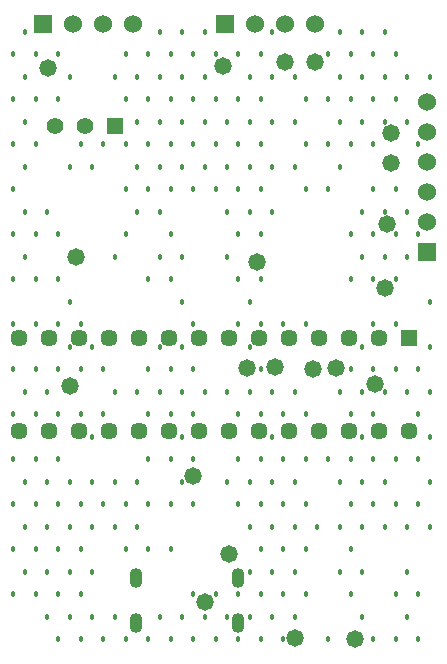
<source format=gbr>
G04*
G04 #@! TF.GenerationSoftware,Altium Limited,Altium Designer,25.3.3 (18)*
G04*
G04 Layer_Color=16711935*
%FSLAX25Y25*%
%MOIN*%
G70*
G04*
G04 #@! TF.SameCoordinates,2E22F27B-A00B-49EA-A22F-E70647FCC6C8*
G04*
G04*
G04 #@! TF.FilePolarity,Negative*
G04*
G01*
G75*
%ADD33C,0.06000*%
%ADD34R,0.06000X0.06000*%
%ADD35R,0.05694X0.05694*%
%ADD36C,0.05694*%
%ADD37C,0.05512*%
%ADD38R,0.05512X0.05512*%
%ADD39R,0.06000X0.06000*%
G04:AMPARAMS|DCode=40|XSize=43.31mil|YSize=66.93mil|CornerRadius=21.65mil|HoleSize=0mil|Usage=FLASHONLY|Rotation=0.000|XOffset=0mil|YOffset=0mil|HoleType=Round|Shape=RoundedRectangle|*
%AMROUNDEDRECTD40*
21,1,0.04331,0.02362,0,0,0.0*
21,1,0.00000,0.06693,0,0,0.0*
1,1,0.04331,0.00000,-0.01181*
1,1,0.04331,0.00000,-0.01181*
1,1,0.04331,0.00000,0.01181*
1,1,0.04331,0.00000,0.01181*
%
%ADD40ROUNDEDRECTD40*%
%ADD41C,0.01800*%
%ADD42C,0.05800*%
D33*
X333000Y274000D02*
D03*
Y264000D02*
D03*
Y254000D02*
D03*
Y244000D02*
D03*
Y284000D02*
D03*
X295500Y310000D02*
D03*
X285500D02*
D03*
X275500D02*
D03*
X235000D02*
D03*
X225000D02*
D03*
X215000D02*
D03*
D34*
X333000Y234000D02*
D03*
D35*
X327000Y205500D02*
D03*
D36*
X317000D02*
D03*
X307000D02*
D03*
X297000D02*
D03*
X287000D02*
D03*
X277000D02*
D03*
X267000D02*
D03*
X257000D02*
D03*
X247000D02*
D03*
X237000D02*
D03*
X227000D02*
D03*
X217000D02*
D03*
X207000D02*
D03*
X197000D02*
D03*
Y174500D02*
D03*
X207000D02*
D03*
X217000D02*
D03*
X227000D02*
D03*
X237000D02*
D03*
X247000D02*
D03*
X257000D02*
D03*
X267000D02*
D03*
X277000D02*
D03*
X287000D02*
D03*
X297000D02*
D03*
X307000D02*
D03*
X317000D02*
D03*
X327000D02*
D03*
D37*
X209000Y276000D02*
D03*
X219000D02*
D03*
D38*
X229000D02*
D03*
D39*
X265500Y310000D02*
D03*
X205000D02*
D03*
D40*
X270008Y110653D02*
D03*
X235992D02*
D03*
X270008Y125614D02*
D03*
X235992D02*
D03*
D41*
X333750Y292500D02*
D03*
X330000Y270000D02*
D03*
Y240000D02*
D03*
X333750Y217500D02*
D03*
Y202500D02*
D03*
X330000Y195000D02*
D03*
X333750Y187500D02*
D03*
X330000Y180000D02*
D03*
X333750Y172500D02*
D03*
X330000Y165000D02*
D03*
X333750Y157500D02*
D03*
X330000Y150000D02*
D03*
X333750Y142500D02*
D03*
X330000Y120000D02*
D03*
Y105000D02*
D03*
X322500Y300000D02*
D03*
X326250Y292500D02*
D03*
X322500Y285000D02*
D03*
X326250Y277500D02*
D03*
X322500Y255000D02*
D03*
X326250Y247500D02*
D03*
X322500Y240000D02*
D03*
X326250Y232500D02*
D03*
X322500Y225000D02*
D03*
Y210000D02*
D03*
Y195000D02*
D03*
X326250Y187500D02*
D03*
X322500Y165000D02*
D03*
Y150000D02*
D03*
X326250Y142500D02*
D03*
Y127500D02*
D03*
X322500Y120000D02*
D03*
X326250Y112500D02*
D03*
X322500Y105000D02*
D03*
X318750Y307500D02*
D03*
X315000Y300000D02*
D03*
X318750Y292500D02*
D03*
X315000Y285000D02*
D03*
X318750Y277500D02*
D03*
X315000Y270000D02*
D03*
Y255000D02*
D03*
X318750Y247500D02*
D03*
X315000Y240000D02*
D03*
X318750Y232500D02*
D03*
X315000Y225000D02*
D03*
Y210000D02*
D03*
Y195000D02*
D03*
X318750Y187500D02*
D03*
X315000Y180000D02*
D03*
Y165000D02*
D03*
X318750Y157500D02*
D03*
X315000Y150000D02*
D03*
X318750Y142500D02*
D03*
X315000Y105000D02*
D03*
X311250Y307500D02*
D03*
X307500Y300000D02*
D03*
X311250Y292500D02*
D03*
X307500Y285000D02*
D03*
X311250Y277500D02*
D03*
X307500Y270000D02*
D03*
X311250Y247500D02*
D03*
X307500Y240000D02*
D03*
X311250Y232500D02*
D03*
X307500Y225000D02*
D03*
X311250Y202500D02*
D03*
X307500Y195000D02*
D03*
X311250Y187500D02*
D03*
X307500Y180000D02*
D03*
X311250Y172500D02*
D03*
X307500Y165000D02*
D03*
X311250Y157500D02*
D03*
X307500Y150000D02*
D03*
X311250Y142500D02*
D03*
X307500Y135000D02*
D03*
X311250Y127500D02*
D03*
X307500Y120000D02*
D03*
X311250Y112500D02*
D03*
X303750Y307500D02*
D03*
X300000Y300000D02*
D03*
X303750Y292500D02*
D03*
X300000Y285000D02*
D03*
X303750Y277500D02*
D03*
X300000Y270000D02*
D03*
X303750Y262500D02*
D03*
X300000Y255000D02*
D03*
X303750Y187500D02*
D03*
X300000Y165000D02*
D03*
X303750Y157500D02*
D03*
Y142500D02*
D03*
Y127500D02*
D03*
X300000Y105000D02*
D03*
X292500Y285000D02*
D03*
Y270000D02*
D03*
Y255000D02*
D03*
Y210000D02*
D03*
Y180000D02*
D03*
Y165000D02*
D03*
Y150000D02*
D03*
X296250Y142500D02*
D03*
X292500Y135000D02*
D03*
Y120000D02*
D03*
X288750Y292500D02*
D03*
Y277500D02*
D03*
Y262500D02*
D03*
X285000Y210000D02*
D03*
X288750Y187500D02*
D03*
X285000Y180000D02*
D03*
Y165000D02*
D03*
X288750Y157500D02*
D03*
X285000Y150000D02*
D03*
X288750Y142500D02*
D03*
X285000Y135000D02*
D03*
X288750Y127500D02*
D03*
X285000Y120000D02*
D03*
X288750Y112500D02*
D03*
X285000Y105000D02*
D03*
X281250Y307500D02*
D03*
X277500Y300000D02*
D03*
X281250Y292500D02*
D03*
X277500Y285000D02*
D03*
X281250Y277500D02*
D03*
X277500Y270000D02*
D03*
X281250Y262500D02*
D03*
X277500Y255000D02*
D03*
X281250Y247500D02*
D03*
X277500Y240000D02*
D03*
Y225000D02*
D03*
Y210000D02*
D03*
Y195000D02*
D03*
X281250Y187500D02*
D03*
X277500Y180000D02*
D03*
X281250Y172500D02*
D03*
X277500Y165000D02*
D03*
X281250Y157500D02*
D03*
X277500Y150000D02*
D03*
X281250Y142500D02*
D03*
X277500Y135000D02*
D03*
X281250Y127500D02*
D03*
X277500Y120000D02*
D03*
X281250Y112500D02*
D03*
X277500Y105000D02*
D03*
X270000Y300000D02*
D03*
X273750Y292500D02*
D03*
X270000Y285000D02*
D03*
X273750Y277500D02*
D03*
X270000Y270000D02*
D03*
X273750Y262500D02*
D03*
X270000Y255000D02*
D03*
X273750Y247500D02*
D03*
X270000Y240000D02*
D03*
Y225000D02*
D03*
X273750Y217500D02*
D03*
X270000Y210000D02*
D03*
X273750Y202500D02*
D03*
Y187500D02*
D03*
X270000Y180000D02*
D03*
Y165000D02*
D03*
X273750Y157500D02*
D03*
X270000Y150000D02*
D03*
X273750Y142500D02*
D03*
Y127500D02*
D03*
X270000Y120000D02*
D03*
X273750Y112500D02*
D03*
X270000Y105000D02*
D03*
X262500Y300000D02*
D03*
Y285000D02*
D03*
X266250Y277500D02*
D03*
X262500Y270000D02*
D03*
X266250Y262500D02*
D03*
X262500Y255000D02*
D03*
X266250Y247500D02*
D03*
Y232500D02*
D03*
Y187500D02*
D03*
Y157500D02*
D03*
X262500Y120000D02*
D03*
X266250Y112500D02*
D03*
X262500Y105000D02*
D03*
X258750Y307500D02*
D03*
X255000Y300000D02*
D03*
X258750Y292500D02*
D03*
X255000Y285000D02*
D03*
X258750Y277500D02*
D03*
X255000Y270000D02*
D03*
X258750Y262500D02*
D03*
X255000Y255000D02*
D03*
Y210000D02*
D03*
Y195000D02*
D03*
X258750Y187500D02*
D03*
X255000Y180000D02*
D03*
Y165000D02*
D03*
Y150000D02*
D03*
Y120000D02*
D03*
X258750Y112500D02*
D03*
X255000Y105000D02*
D03*
X251250Y307500D02*
D03*
X247500Y300000D02*
D03*
X251250Y292500D02*
D03*
X247500Y285000D02*
D03*
X251250Y277500D02*
D03*
X247500Y270000D02*
D03*
X251250Y262500D02*
D03*
X247500Y255000D02*
D03*
Y240000D02*
D03*
X251250Y232500D02*
D03*
X247500Y225000D02*
D03*
X251250Y217500D02*
D03*
Y202500D02*
D03*
X247500Y195000D02*
D03*
X251250Y187500D02*
D03*
X247500Y180000D02*
D03*
X251250Y172500D02*
D03*
X247500Y165000D02*
D03*
X251250Y157500D02*
D03*
X247500Y150000D02*
D03*
Y135000D02*
D03*
X251250Y112500D02*
D03*
X247500Y105000D02*
D03*
X243750Y307500D02*
D03*
X240000Y300000D02*
D03*
X243750Y292500D02*
D03*
X240000Y285000D02*
D03*
X243750Y277500D02*
D03*
X240000Y270000D02*
D03*
X243750Y262500D02*
D03*
X240000Y255000D02*
D03*
X243750Y247500D02*
D03*
Y232500D02*
D03*
X240000Y225000D02*
D03*
X243750Y202500D02*
D03*
X240000Y195000D02*
D03*
X243750Y187500D02*
D03*
X240000Y180000D02*
D03*
Y165000D02*
D03*
Y150000D02*
D03*
Y135000D02*
D03*
X243750Y112500D02*
D03*
X240000Y105000D02*
D03*
X232500Y300000D02*
D03*
X236250Y292500D02*
D03*
X232500Y285000D02*
D03*
X236250Y277500D02*
D03*
X232500Y270000D02*
D03*
X236250Y262500D02*
D03*
X232500Y255000D02*
D03*
X236250Y247500D02*
D03*
X232500Y240000D02*
D03*
X236250Y187500D02*
D03*
Y157500D02*
D03*
X232500Y150000D02*
D03*
X236250Y142500D02*
D03*
X232500Y135000D02*
D03*
Y105000D02*
D03*
X228750Y292500D02*
D03*
X225000Y270000D02*
D03*
X228750Y232500D02*
D03*
X225000Y195000D02*
D03*
X228750Y187500D02*
D03*
X225000Y180000D02*
D03*
X228750Y157500D02*
D03*
X225000Y150000D02*
D03*
X228750Y142500D02*
D03*
Y112500D02*
D03*
X225000Y105000D02*
D03*
X217500Y270000D02*
D03*
X221250Y262500D02*
D03*
X217500Y210000D02*
D03*
X221250Y202500D02*
D03*
X217500Y195000D02*
D03*
Y180000D02*
D03*
X221250Y172500D02*
D03*
Y157500D02*
D03*
X217500Y150000D02*
D03*
X221250Y142500D02*
D03*
X217500Y135000D02*
D03*
X221250Y127500D02*
D03*
X217500Y120000D02*
D03*
X221250Y112500D02*
D03*
X217500Y105000D02*
D03*
X210000Y300000D02*
D03*
X213750Y292500D02*
D03*
X210000Y285000D02*
D03*
X213750Y262500D02*
D03*
X210000Y240000D02*
D03*
Y225000D02*
D03*
X213750Y217500D02*
D03*
X210000Y210000D02*
D03*
X213750Y202500D02*
D03*
X210000Y195000D02*
D03*
Y180000D02*
D03*
Y165000D02*
D03*
X213750Y157500D02*
D03*
X210000Y150000D02*
D03*
X213750Y142500D02*
D03*
X210000Y135000D02*
D03*
X213750Y127500D02*
D03*
X210000Y120000D02*
D03*
X213750Y112500D02*
D03*
X210000Y105000D02*
D03*
X202500Y300000D02*
D03*
Y285000D02*
D03*
Y270000D02*
D03*
X206250Y247500D02*
D03*
X202500Y240000D02*
D03*
Y225000D02*
D03*
Y210000D02*
D03*
Y195000D02*
D03*
X206250Y187500D02*
D03*
X202500Y180000D02*
D03*
Y165000D02*
D03*
X206250Y157500D02*
D03*
X202500Y150000D02*
D03*
X206250Y142500D02*
D03*
X202500Y135000D02*
D03*
X206250Y127500D02*
D03*
X202500Y120000D02*
D03*
X206250Y112500D02*
D03*
X198750Y307500D02*
D03*
X195000Y300000D02*
D03*
X198750Y292500D02*
D03*
X195000Y285000D02*
D03*
X198750Y277500D02*
D03*
X195000Y270000D02*
D03*
X198750Y262500D02*
D03*
X195000Y255000D02*
D03*
X198750Y247500D02*
D03*
X195000Y240000D02*
D03*
X198750Y232500D02*
D03*
X195000Y225000D02*
D03*
Y210000D02*
D03*
Y195000D02*
D03*
X198750Y187500D02*
D03*
X195000Y180000D02*
D03*
Y165000D02*
D03*
X198750Y157500D02*
D03*
X195000Y150000D02*
D03*
X198750Y142500D02*
D03*
X195000Y135000D02*
D03*
X198750Y127500D02*
D03*
X195000Y120000D02*
D03*
D42*
X295000Y195000D02*
D03*
X320949Y273828D02*
D03*
X302500Y195500D02*
D03*
X320753Y263968D02*
D03*
X319500Y243500D02*
D03*
X319000Y222000D02*
D03*
X214000Y189500D02*
D03*
X315500Y190000D02*
D03*
X273000Y195500D02*
D03*
X295538Y297625D02*
D03*
X282349Y195701D02*
D03*
X285669Y297535D02*
D03*
X265000Y296000D02*
D03*
X216000Y232500D02*
D03*
X206500Y295500D02*
D03*
X276136Y230731D02*
D03*
X267000Y133500D02*
D03*
X255000Y159500D02*
D03*
X289000Y105500D02*
D03*
X309000Y105000D02*
D03*
X259000Y117500D02*
D03*
M02*

</source>
